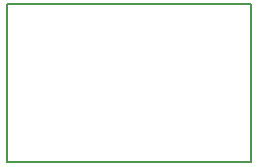
<source format=gko>
G04 DipTrace 2.4.0.2*
%INSquishyDuino.gko*%
%MOIN*%
%ADD11C,0.0055*%
%FSLAX44Y44*%
G04*
G70*
G90*
G75*
G01*
%LNBoardOutline*%
%LPD*%
X3937Y3937D2*
D11*
Y9201D1*
X12058D1*
Y3937D1*
X3937D1*
M02*

</source>
